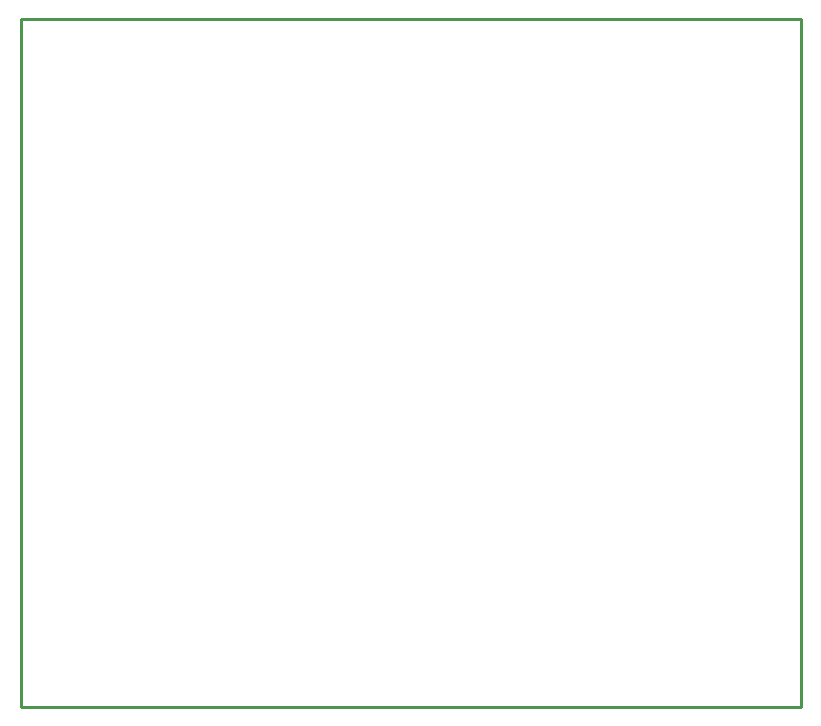
<source format=gbp>
G04*
G04 #@! TF.GenerationSoftware,Altium Limited,Altium Designer,20.0.13 (296)*
G04*
G04 Layer_Color=128*
%FSLAX24Y24*%
%MOIN*%
G70*
G01*
G75*
%ADD10C,0.0098*%
D10*
X0Y22953D02*
X25984D01*
X25984D02*
X25984Y0D01*
X-0Y22953D02*
X0Y0D01*
X25984D01*
M02*

</source>
